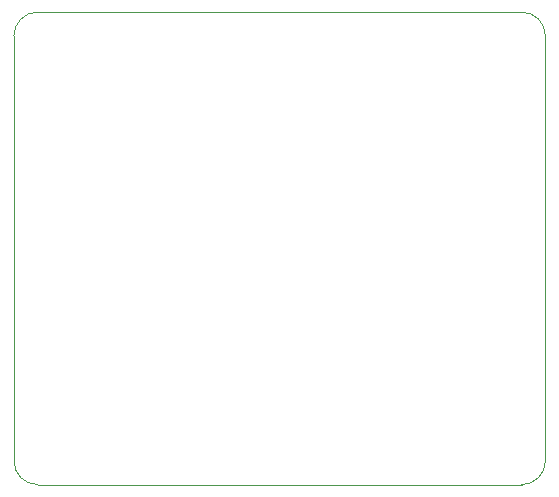
<source format=gbr>
%TF.GenerationSoftware,KiCad,Pcbnew,(6.0.2)*%
%TF.CreationDate,2023-02-15T15:55:09+01:00*%
%TF.ProjectId,usb,7573622e-6b69-4636-9164-5f7063625858,rev?*%
%TF.SameCoordinates,Original*%
%TF.FileFunction,Profile,NP*%
%FSLAX46Y46*%
G04 Gerber Fmt 4.6, Leading zero omitted, Abs format (unit mm)*
G04 Created by KiCad (PCBNEW (6.0.2)) date 2023-02-15 15:55:09*
%MOMM*%
%LPD*%
G01*
G04 APERTURE LIST*
%TA.AperFunction,Profile*%
%ADD10C,0.100000*%
%TD*%
G04 APERTURE END LIST*
D10*
X51000000Y-107400000D02*
X51000000Y-143400000D01*
X53000000Y-105400000D02*
G75*
G03*
X51000000Y-107400000I0J-2000000D01*
G01*
X96000000Y-107400000D02*
G75*
G03*
X94000000Y-105400000I-1999999J1D01*
G01*
X94000000Y-145400000D02*
G75*
G03*
X96000000Y-143400000I0J2000000D01*
G01*
X94000000Y-145400000D02*
X53000000Y-145400000D01*
X96000000Y-107400000D02*
X96000000Y-143400000D01*
X53000000Y-105400000D02*
X94000000Y-105400000D01*
X51000000Y-143400000D02*
G75*
G03*
X53000000Y-145400000I2000000J0D01*
G01*
M02*

</source>
